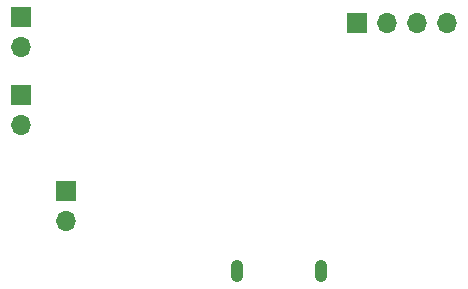
<source format=gbr>
%TF.GenerationSoftware,KiCad,Pcbnew,(5.1.12)-1*%
%TF.CreationDate,2021-12-22T14:47:12+01:00*%
%TF.ProjectId,speaker,73706561-6b65-4722-9e6b-696361645f70,rev?*%
%TF.SameCoordinates,Original*%
%TF.FileFunction,Soldermask,Bot*%
%TF.FilePolarity,Negative*%
%FSLAX46Y46*%
G04 Gerber Fmt 4.6, Leading zero omitted, Abs format (unit mm)*
G04 Created by KiCad (PCBNEW (5.1.12)-1) date 2021-12-22 14:47:12*
%MOMM*%
%LPD*%
G01*
G04 APERTURE LIST*
%ADD10O,1.700000X1.700000*%
%ADD11R,1.700000X1.700000*%
%ADD12O,1.050000X1.900000*%
G04 APERTURE END LIST*
D10*
%TO.C,J5*%
X129032000Y-70866000D03*
D11*
X129032000Y-68326000D03*
%TD*%
D10*
%TO.C,J6*%
X132842000Y-85598000D03*
D11*
X132842000Y-83058000D03*
%TD*%
D10*
%TO.C,J4*%
X129032000Y-77470000D03*
D11*
X129032000Y-74930000D03*
%TD*%
D12*
%TO.C,J3*%
X154451000Y-89846000D03*
X147301000Y-89846000D03*
%TD*%
D10*
%TO.C,J2*%
X165100000Y-68834000D03*
X162560000Y-68834000D03*
X160020000Y-68834000D03*
D11*
X157480000Y-68834000D03*
%TD*%
M02*

</source>
